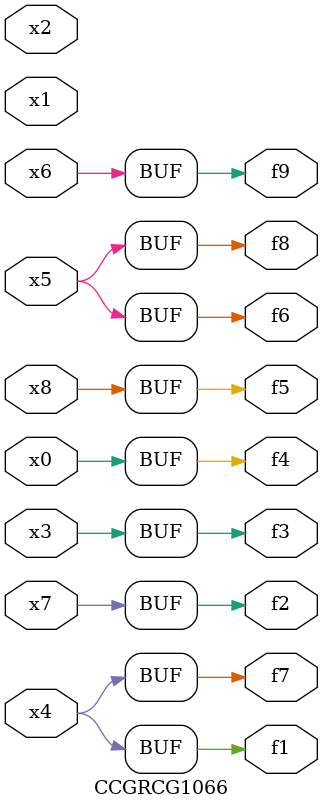
<source format=v>
module CCGRCG1066(
	input x0, x1, x2, x3, x4, x5, x6, x7, x8,
	output f1, f2, f3, f4, f5, f6, f7, f8, f9
);
	assign f1 = x4;
	assign f2 = x7;
	assign f3 = x3;
	assign f4 = x0;
	assign f5 = x8;
	assign f6 = x5;
	assign f7 = x4;
	assign f8 = x5;
	assign f9 = x6;
endmodule

</source>
